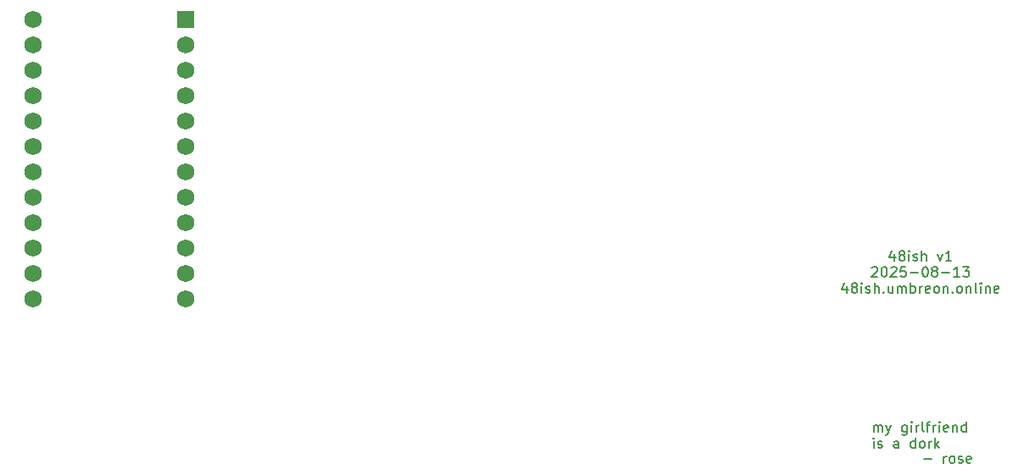
<source format=gbr>
%TF.GenerationSoftware,KiCad,Pcbnew,9.0.3-1.fc42*%
%TF.CreationDate,2025-08-13T23:51:54-04:00*%
%TF.ProjectId,48ish_soldered,34386973-685f-4736-9f6c-64657265642e,v1.0.0*%
%TF.SameCoordinates,Original*%
%TF.FileFunction,Legend,Top*%
%TF.FilePolarity,Positive*%
%FSLAX46Y46*%
G04 Gerber Fmt 4.6, Leading zero omitted, Abs format (unit mm)*
G04 Created by KiCad (PCBNEW 9.0.3-1.fc42) date 2025-08-13 23:51:54*
%MOMM*%
%LPD*%
G01*
G04 APERTURE LIST*
%ADD10C,0.150000*%
%ADD11C,1.752600*%
%ADD12R,1.752600X1.752600*%
G04 APERTURE END LIST*
D10*
X96380952Y49016735D02*
X96380952Y48350068D01*
X96142857Y49397688D02*
X95904762Y48683402D01*
X95904762Y48683402D02*
X96523809Y48683402D01*
X97047619Y48921497D02*
X96952381Y48969116D01*
X96952381Y48969116D02*
X96904762Y49016735D01*
X96904762Y49016735D02*
X96857143Y49111973D01*
X96857143Y49111973D02*
X96857143Y49159592D01*
X96857143Y49159592D02*
X96904762Y49254830D01*
X96904762Y49254830D02*
X96952381Y49302449D01*
X96952381Y49302449D02*
X97047619Y49350068D01*
X97047619Y49350068D02*
X97238095Y49350068D01*
X97238095Y49350068D02*
X97333333Y49302449D01*
X97333333Y49302449D02*
X97380952Y49254830D01*
X97380952Y49254830D02*
X97428571Y49159592D01*
X97428571Y49159592D02*
X97428571Y49111973D01*
X97428571Y49111973D02*
X97380952Y49016735D01*
X97380952Y49016735D02*
X97333333Y48969116D01*
X97333333Y48969116D02*
X97238095Y48921497D01*
X97238095Y48921497D02*
X97047619Y48921497D01*
X97047619Y48921497D02*
X96952381Y48873878D01*
X96952381Y48873878D02*
X96904762Y48826259D01*
X96904762Y48826259D02*
X96857143Y48731021D01*
X96857143Y48731021D02*
X96857143Y48540545D01*
X96857143Y48540545D02*
X96904762Y48445307D01*
X96904762Y48445307D02*
X96952381Y48397688D01*
X96952381Y48397688D02*
X97047619Y48350068D01*
X97047619Y48350068D02*
X97238095Y48350068D01*
X97238095Y48350068D02*
X97333333Y48397688D01*
X97333333Y48397688D02*
X97380952Y48445307D01*
X97380952Y48445307D02*
X97428571Y48540545D01*
X97428571Y48540545D02*
X97428571Y48731021D01*
X97428571Y48731021D02*
X97380952Y48826259D01*
X97380952Y48826259D02*
X97333333Y48873878D01*
X97333333Y48873878D02*
X97238095Y48921497D01*
X97857143Y48350068D02*
X97857143Y49016735D01*
X97857143Y49350068D02*
X97809524Y49302449D01*
X97809524Y49302449D02*
X97857143Y49254830D01*
X97857143Y49254830D02*
X97904762Y49302449D01*
X97904762Y49302449D02*
X97857143Y49350068D01*
X97857143Y49350068D02*
X97857143Y49254830D01*
X98285714Y48397688D02*
X98380952Y48350068D01*
X98380952Y48350068D02*
X98571428Y48350068D01*
X98571428Y48350068D02*
X98666666Y48397688D01*
X98666666Y48397688D02*
X98714285Y48492926D01*
X98714285Y48492926D02*
X98714285Y48540545D01*
X98714285Y48540545D02*
X98666666Y48635783D01*
X98666666Y48635783D02*
X98571428Y48683402D01*
X98571428Y48683402D02*
X98428571Y48683402D01*
X98428571Y48683402D02*
X98333333Y48731021D01*
X98333333Y48731021D02*
X98285714Y48826259D01*
X98285714Y48826259D02*
X98285714Y48873878D01*
X98285714Y48873878D02*
X98333333Y48969116D01*
X98333333Y48969116D02*
X98428571Y49016735D01*
X98428571Y49016735D02*
X98571428Y49016735D01*
X98571428Y49016735D02*
X98666666Y48969116D01*
X99142857Y48350068D02*
X99142857Y49350068D01*
X99571428Y48350068D02*
X99571428Y48873878D01*
X99571428Y48873878D02*
X99523809Y48969116D01*
X99523809Y48969116D02*
X99428571Y49016735D01*
X99428571Y49016735D02*
X99285714Y49016735D01*
X99285714Y49016735D02*
X99190476Y48969116D01*
X99190476Y48969116D02*
X99142857Y48921497D01*
X100714286Y49016735D02*
X100952381Y48350068D01*
X100952381Y48350068D02*
X101190476Y49016735D01*
X102095238Y48350068D02*
X101523810Y48350068D01*
X101809524Y48350068D02*
X101809524Y49350068D01*
X101809524Y49350068D02*
X101714286Y49207211D01*
X101714286Y49207211D02*
X101619048Y49111973D01*
X101619048Y49111973D02*
X101523810Y49064354D01*
X94142857Y47644886D02*
X94190476Y47692505D01*
X94190476Y47692505D02*
X94285714Y47740124D01*
X94285714Y47740124D02*
X94523809Y47740124D01*
X94523809Y47740124D02*
X94619047Y47692505D01*
X94619047Y47692505D02*
X94666666Y47644886D01*
X94666666Y47644886D02*
X94714285Y47549648D01*
X94714285Y47549648D02*
X94714285Y47454410D01*
X94714285Y47454410D02*
X94666666Y47311553D01*
X94666666Y47311553D02*
X94095238Y46740124D01*
X94095238Y46740124D02*
X94714285Y46740124D01*
X95333333Y47740124D02*
X95428571Y47740124D01*
X95428571Y47740124D02*
X95523809Y47692505D01*
X95523809Y47692505D02*
X95571428Y47644886D01*
X95571428Y47644886D02*
X95619047Y47549648D01*
X95619047Y47549648D02*
X95666666Y47359172D01*
X95666666Y47359172D02*
X95666666Y47121077D01*
X95666666Y47121077D02*
X95619047Y46930601D01*
X95619047Y46930601D02*
X95571428Y46835363D01*
X95571428Y46835363D02*
X95523809Y46787744D01*
X95523809Y46787744D02*
X95428571Y46740124D01*
X95428571Y46740124D02*
X95333333Y46740124D01*
X95333333Y46740124D02*
X95238095Y46787744D01*
X95238095Y46787744D02*
X95190476Y46835363D01*
X95190476Y46835363D02*
X95142857Y46930601D01*
X95142857Y46930601D02*
X95095238Y47121077D01*
X95095238Y47121077D02*
X95095238Y47359172D01*
X95095238Y47359172D02*
X95142857Y47549648D01*
X95142857Y47549648D02*
X95190476Y47644886D01*
X95190476Y47644886D02*
X95238095Y47692505D01*
X95238095Y47692505D02*
X95333333Y47740124D01*
X96047619Y47644886D02*
X96095238Y47692505D01*
X96095238Y47692505D02*
X96190476Y47740124D01*
X96190476Y47740124D02*
X96428571Y47740124D01*
X96428571Y47740124D02*
X96523809Y47692505D01*
X96523809Y47692505D02*
X96571428Y47644886D01*
X96571428Y47644886D02*
X96619047Y47549648D01*
X96619047Y47549648D02*
X96619047Y47454410D01*
X96619047Y47454410D02*
X96571428Y47311553D01*
X96571428Y47311553D02*
X96000000Y46740124D01*
X96000000Y46740124D02*
X96619047Y46740124D01*
X97523809Y47740124D02*
X97047619Y47740124D01*
X97047619Y47740124D02*
X97000000Y47263934D01*
X97000000Y47263934D02*
X97047619Y47311553D01*
X97047619Y47311553D02*
X97142857Y47359172D01*
X97142857Y47359172D02*
X97380952Y47359172D01*
X97380952Y47359172D02*
X97476190Y47311553D01*
X97476190Y47311553D02*
X97523809Y47263934D01*
X97523809Y47263934D02*
X97571428Y47168696D01*
X97571428Y47168696D02*
X97571428Y46930601D01*
X97571428Y46930601D02*
X97523809Y46835363D01*
X97523809Y46835363D02*
X97476190Y46787744D01*
X97476190Y46787744D02*
X97380952Y46740124D01*
X97380952Y46740124D02*
X97142857Y46740124D01*
X97142857Y46740124D02*
X97047619Y46787744D01*
X97047619Y46787744D02*
X97000000Y46835363D01*
X98000000Y47121077D02*
X98761905Y47121077D01*
X99428571Y47740124D02*
X99523809Y47740124D01*
X99523809Y47740124D02*
X99619047Y47692505D01*
X99619047Y47692505D02*
X99666666Y47644886D01*
X99666666Y47644886D02*
X99714285Y47549648D01*
X99714285Y47549648D02*
X99761904Y47359172D01*
X99761904Y47359172D02*
X99761904Y47121077D01*
X99761904Y47121077D02*
X99714285Y46930601D01*
X99714285Y46930601D02*
X99666666Y46835363D01*
X99666666Y46835363D02*
X99619047Y46787744D01*
X99619047Y46787744D02*
X99523809Y46740124D01*
X99523809Y46740124D02*
X99428571Y46740124D01*
X99428571Y46740124D02*
X99333333Y46787744D01*
X99333333Y46787744D02*
X99285714Y46835363D01*
X99285714Y46835363D02*
X99238095Y46930601D01*
X99238095Y46930601D02*
X99190476Y47121077D01*
X99190476Y47121077D02*
X99190476Y47359172D01*
X99190476Y47359172D02*
X99238095Y47549648D01*
X99238095Y47549648D02*
X99285714Y47644886D01*
X99285714Y47644886D02*
X99333333Y47692505D01*
X99333333Y47692505D02*
X99428571Y47740124D01*
X100333333Y47311553D02*
X100238095Y47359172D01*
X100238095Y47359172D02*
X100190476Y47406791D01*
X100190476Y47406791D02*
X100142857Y47502029D01*
X100142857Y47502029D02*
X100142857Y47549648D01*
X100142857Y47549648D02*
X100190476Y47644886D01*
X100190476Y47644886D02*
X100238095Y47692505D01*
X100238095Y47692505D02*
X100333333Y47740124D01*
X100333333Y47740124D02*
X100523809Y47740124D01*
X100523809Y47740124D02*
X100619047Y47692505D01*
X100619047Y47692505D02*
X100666666Y47644886D01*
X100666666Y47644886D02*
X100714285Y47549648D01*
X100714285Y47549648D02*
X100714285Y47502029D01*
X100714285Y47502029D02*
X100666666Y47406791D01*
X100666666Y47406791D02*
X100619047Y47359172D01*
X100619047Y47359172D02*
X100523809Y47311553D01*
X100523809Y47311553D02*
X100333333Y47311553D01*
X100333333Y47311553D02*
X100238095Y47263934D01*
X100238095Y47263934D02*
X100190476Y47216315D01*
X100190476Y47216315D02*
X100142857Y47121077D01*
X100142857Y47121077D02*
X100142857Y46930601D01*
X100142857Y46930601D02*
X100190476Y46835363D01*
X100190476Y46835363D02*
X100238095Y46787744D01*
X100238095Y46787744D02*
X100333333Y46740124D01*
X100333333Y46740124D02*
X100523809Y46740124D01*
X100523809Y46740124D02*
X100619047Y46787744D01*
X100619047Y46787744D02*
X100666666Y46835363D01*
X100666666Y46835363D02*
X100714285Y46930601D01*
X100714285Y46930601D02*
X100714285Y47121077D01*
X100714285Y47121077D02*
X100666666Y47216315D01*
X100666666Y47216315D02*
X100619047Y47263934D01*
X100619047Y47263934D02*
X100523809Y47311553D01*
X101142857Y47121077D02*
X101904762Y47121077D01*
X102904761Y46740124D02*
X102333333Y46740124D01*
X102619047Y46740124D02*
X102619047Y47740124D01*
X102619047Y47740124D02*
X102523809Y47597267D01*
X102523809Y47597267D02*
X102428571Y47502029D01*
X102428571Y47502029D02*
X102333333Y47454410D01*
X103238095Y47740124D02*
X103857142Y47740124D01*
X103857142Y47740124D02*
X103523809Y47359172D01*
X103523809Y47359172D02*
X103666666Y47359172D01*
X103666666Y47359172D02*
X103761904Y47311553D01*
X103761904Y47311553D02*
X103809523Y47263934D01*
X103809523Y47263934D02*
X103857142Y47168696D01*
X103857142Y47168696D02*
X103857142Y46930601D01*
X103857142Y46930601D02*
X103809523Y46835363D01*
X103809523Y46835363D02*
X103761904Y46787744D01*
X103761904Y46787744D02*
X103666666Y46740124D01*
X103666666Y46740124D02*
X103380952Y46740124D01*
X103380952Y46740124D02*
X103285714Y46787744D01*
X103285714Y46787744D02*
X103238095Y46835363D01*
X91642857Y45796847D02*
X91642857Y45130180D01*
X91404762Y46177800D02*
X91166667Y45463514D01*
X91166667Y45463514D02*
X91785714Y45463514D01*
X92309524Y45701609D02*
X92214286Y45749228D01*
X92214286Y45749228D02*
X92166667Y45796847D01*
X92166667Y45796847D02*
X92119048Y45892085D01*
X92119048Y45892085D02*
X92119048Y45939704D01*
X92119048Y45939704D02*
X92166667Y46034942D01*
X92166667Y46034942D02*
X92214286Y46082561D01*
X92214286Y46082561D02*
X92309524Y46130180D01*
X92309524Y46130180D02*
X92500000Y46130180D01*
X92500000Y46130180D02*
X92595238Y46082561D01*
X92595238Y46082561D02*
X92642857Y46034942D01*
X92642857Y46034942D02*
X92690476Y45939704D01*
X92690476Y45939704D02*
X92690476Y45892085D01*
X92690476Y45892085D02*
X92642857Y45796847D01*
X92642857Y45796847D02*
X92595238Y45749228D01*
X92595238Y45749228D02*
X92500000Y45701609D01*
X92500000Y45701609D02*
X92309524Y45701609D01*
X92309524Y45701609D02*
X92214286Y45653990D01*
X92214286Y45653990D02*
X92166667Y45606371D01*
X92166667Y45606371D02*
X92119048Y45511133D01*
X92119048Y45511133D02*
X92119048Y45320657D01*
X92119048Y45320657D02*
X92166667Y45225419D01*
X92166667Y45225419D02*
X92214286Y45177800D01*
X92214286Y45177800D02*
X92309524Y45130180D01*
X92309524Y45130180D02*
X92500000Y45130180D01*
X92500000Y45130180D02*
X92595238Y45177800D01*
X92595238Y45177800D02*
X92642857Y45225419D01*
X92642857Y45225419D02*
X92690476Y45320657D01*
X92690476Y45320657D02*
X92690476Y45511133D01*
X92690476Y45511133D02*
X92642857Y45606371D01*
X92642857Y45606371D02*
X92595238Y45653990D01*
X92595238Y45653990D02*
X92500000Y45701609D01*
X93119048Y45130180D02*
X93119048Y45796847D01*
X93119048Y46130180D02*
X93071429Y46082561D01*
X93071429Y46082561D02*
X93119048Y46034942D01*
X93119048Y46034942D02*
X93166667Y46082561D01*
X93166667Y46082561D02*
X93119048Y46130180D01*
X93119048Y46130180D02*
X93119048Y46034942D01*
X93547619Y45177800D02*
X93642857Y45130180D01*
X93642857Y45130180D02*
X93833333Y45130180D01*
X93833333Y45130180D02*
X93928571Y45177800D01*
X93928571Y45177800D02*
X93976190Y45273038D01*
X93976190Y45273038D02*
X93976190Y45320657D01*
X93976190Y45320657D02*
X93928571Y45415895D01*
X93928571Y45415895D02*
X93833333Y45463514D01*
X93833333Y45463514D02*
X93690476Y45463514D01*
X93690476Y45463514D02*
X93595238Y45511133D01*
X93595238Y45511133D02*
X93547619Y45606371D01*
X93547619Y45606371D02*
X93547619Y45653990D01*
X93547619Y45653990D02*
X93595238Y45749228D01*
X93595238Y45749228D02*
X93690476Y45796847D01*
X93690476Y45796847D02*
X93833333Y45796847D01*
X93833333Y45796847D02*
X93928571Y45749228D01*
X94404762Y45130180D02*
X94404762Y46130180D01*
X94833333Y45130180D02*
X94833333Y45653990D01*
X94833333Y45653990D02*
X94785714Y45749228D01*
X94785714Y45749228D02*
X94690476Y45796847D01*
X94690476Y45796847D02*
X94547619Y45796847D01*
X94547619Y45796847D02*
X94452381Y45749228D01*
X94452381Y45749228D02*
X94404762Y45701609D01*
X95309524Y45225419D02*
X95357143Y45177800D01*
X95357143Y45177800D02*
X95309524Y45130180D01*
X95309524Y45130180D02*
X95261905Y45177800D01*
X95261905Y45177800D02*
X95309524Y45225419D01*
X95309524Y45225419D02*
X95309524Y45130180D01*
X96214285Y45796847D02*
X96214285Y45130180D01*
X95785714Y45796847D02*
X95785714Y45273038D01*
X95785714Y45273038D02*
X95833333Y45177800D01*
X95833333Y45177800D02*
X95928571Y45130180D01*
X95928571Y45130180D02*
X96071428Y45130180D01*
X96071428Y45130180D02*
X96166666Y45177800D01*
X96166666Y45177800D02*
X96214285Y45225419D01*
X96690476Y45130180D02*
X96690476Y45796847D01*
X96690476Y45701609D02*
X96738095Y45749228D01*
X96738095Y45749228D02*
X96833333Y45796847D01*
X96833333Y45796847D02*
X96976190Y45796847D01*
X96976190Y45796847D02*
X97071428Y45749228D01*
X97071428Y45749228D02*
X97119047Y45653990D01*
X97119047Y45653990D02*
X97119047Y45130180D01*
X97119047Y45653990D02*
X97166666Y45749228D01*
X97166666Y45749228D02*
X97261904Y45796847D01*
X97261904Y45796847D02*
X97404761Y45796847D01*
X97404761Y45796847D02*
X97500000Y45749228D01*
X97500000Y45749228D02*
X97547619Y45653990D01*
X97547619Y45653990D02*
X97547619Y45130180D01*
X98023809Y45130180D02*
X98023809Y46130180D01*
X98023809Y45749228D02*
X98119047Y45796847D01*
X98119047Y45796847D02*
X98309523Y45796847D01*
X98309523Y45796847D02*
X98404761Y45749228D01*
X98404761Y45749228D02*
X98452380Y45701609D01*
X98452380Y45701609D02*
X98499999Y45606371D01*
X98499999Y45606371D02*
X98499999Y45320657D01*
X98499999Y45320657D02*
X98452380Y45225419D01*
X98452380Y45225419D02*
X98404761Y45177800D01*
X98404761Y45177800D02*
X98309523Y45130180D01*
X98309523Y45130180D02*
X98119047Y45130180D01*
X98119047Y45130180D02*
X98023809Y45177800D01*
X98928571Y45130180D02*
X98928571Y45796847D01*
X98928571Y45606371D02*
X98976190Y45701609D01*
X98976190Y45701609D02*
X99023809Y45749228D01*
X99023809Y45749228D02*
X99119047Y45796847D01*
X99119047Y45796847D02*
X99214285Y45796847D01*
X99928571Y45177800D02*
X99833333Y45130180D01*
X99833333Y45130180D02*
X99642857Y45130180D01*
X99642857Y45130180D02*
X99547619Y45177800D01*
X99547619Y45177800D02*
X99500000Y45273038D01*
X99500000Y45273038D02*
X99500000Y45653990D01*
X99500000Y45653990D02*
X99547619Y45749228D01*
X99547619Y45749228D02*
X99642857Y45796847D01*
X99642857Y45796847D02*
X99833333Y45796847D01*
X99833333Y45796847D02*
X99928571Y45749228D01*
X99928571Y45749228D02*
X99976190Y45653990D01*
X99976190Y45653990D02*
X99976190Y45558752D01*
X99976190Y45558752D02*
X99500000Y45463514D01*
X100547619Y45130180D02*
X100452381Y45177800D01*
X100452381Y45177800D02*
X100404762Y45225419D01*
X100404762Y45225419D02*
X100357143Y45320657D01*
X100357143Y45320657D02*
X100357143Y45606371D01*
X100357143Y45606371D02*
X100404762Y45701609D01*
X100404762Y45701609D02*
X100452381Y45749228D01*
X100452381Y45749228D02*
X100547619Y45796847D01*
X100547619Y45796847D02*
X100690476Y45796847D01*
X100690476Y45796847D02*
X100785714Y45749228D01*
X100785714Y45749228D02*
X100833333Y45701609D01*
X100833333Y45701609D02*
X100880952Y45606371D01*
X100880952Y45606371D02*
X100880952Y45320657D01*
X100880952Y45320657D02*
X100833333Y45225419D01*
X100833333Y45225419D02*
X100785714Y45177800D01*
X100785714Y45177800D02*
X100690476Y45130180D01*
X100690476Y45130180D02*
X100547619Y45130180D01*
X101309524Y45796847D02*
X101309524Y45130180D01*
X101309524Y45701609D02*
X101357143Y45749228D01*
X101357143Y45749228D02*
X101452381Y45796847D01*
X101452381Y45796847D02*
X101595238Y45796847D01*
X101595238Y45796847D02*
X101690476Y45749228D01*
X101690476Y45749228D02*
X101738095Y45653990D01*
X101738095Y45653990D02*
X101738095Y45130180D01*
X102214286Y45225419D02*
X102261905Y45177800D01*
X102261905Y45177800D02*
X102214286Y45130180D01*
X102214286Y45130180D02*
X102166667Y45177800D01*
X102166667Y45177800D02*
X102214286Y45225419D01*
X102214286Y45225419D02*
X102214286Y45130180D01*
X102833333Y45130180D02*
X102738095Y45177800D01*
X102738095Y45177800D02*
X102690476Y45225419D01*
X102690476Y45225419D02*
X102642857Y45320657D01*
X102642857Y45320657D02*
X102642857Y45606371D01*
X102642857Y45606371D02*
X102690476Y45701609D01*
X102690476Y45701609D02*
X102738095Y45749228D01*
X102738095Y45749228D02*
X102833333Y45796847D01*
X102833333Y45796847D02*
X102976190Y45796847D01*
X102976190Y45796847D02*
X103071428Y45749228D01*
X103071428Y45749228D02*
X103119047Y45701609D01*
X103119047Y45701609D02*
X103166666Y45606371D01*
X103166666Y45606371D02*
X103166666Y45320657D01*
X103166666Y45320657D02*
X103119047Y45225419D01*
X103119047Y45225419D02*
X103071428Y45177800D01*
X103071428Y45177800D02*
X102976190Y45130180D01*
X102976190Y45130180D02*
X102833333Y45130180D01*
X103595238Y45796847D02*
X103595238Y45130180D01*
X103595238Y45701609D02*
X103642857Y45749228D01*
X103642857Y45749228D02*
X103738095Y45796847D01*
X103738095Y45796847D02*
X103880952Y45796847D01*
X103880952Y45796847D02*
X103976190Y45749228D01*
X103976190Y45749228D02*
X104023809Y45653990D01*
X104023809Y45653990D02*
X104023809Y45130180D01*
X104642857Y45130180D02*
X104547619Y45177800D01*
X104547619Y45177800D02*
X104500000Y45273038D01*
X104500000Y45273038D02*
X104500000Y46130180D01*
X105023810Y45130180D02*
X105023810Y45796847D01*
X105023810Y46130180D02*
X104976191Y46082561D01*
X104976191Y46082561D02*
X105023810Y46034942D01*
X105023810Y46034942D02*
X105071429Y46082561D01*
X105071429Y46082561D02*
X105023810Y46130180D01*
X105023810Y46130180D02*
X105023810Y46034942D01*
X105500000Y45796847D02*
X105500000Y45130180D01*
X105500000Y45701609D02*
X105547619Y45749228D01*
X105547619Y45749228D02*
X105642857Y45796847D01*
X105642857Y45796847D02*
X105785714Y45796847D01*
X105785714Y45796847D02*
X105880952Y45749228D01*
X105880952Y45749228D02*
X105928571Y45653990D01*
X105928571Y45653990D02*
X105928571Y45130180D01*
X106785714Y45177800D02*
X106690476Y45130180D01*
X106690476Y45130180D02*
X106500000Y45130180D01*
X106500000Y45130180D02*
X106404762Y45177800D01*
X106404762Y45177800D02*
X106357143Y45273038D01*
X106357143Y45273038D02*
X106357143Y45653990D01*
X106357143Y45653990D02*
X106404762Y45749228D01*
X106404762Y45749228D02*
X106500000Y45796847D01*
X106500000Y45796847D02*
X106690476Y45796847D01*
X106690476Y45796847D02*
X106785714Y45749228D01*
X106785714Y45749228D02*
X106833333Y45653990D01*
X106833333Y45653990D02*
X106833333Y45558752D01*
X106833333Y45558752D02*
X106357143Y45463514D01*
X99336779Y28511133D02*
X100098684Y28511133D01*
X101336779Y28130180D02*
X101336779Y28796847D01*
X101336779Y28606371D02*
X101384398Y28701609D01*
X101384398Y28701609D02*
X101432017Y28749228D01*
X101432017Y28749228D02*
X101527255Y28796847D01*
X101527255Y28796847D02*
X101622493Y28796847D01*
X102098684Y28130180D02*
X102003446Y28177800D01*
X102003446Y28177800D02*
X101955827Y28225419D01*
X101955827Y28225419D02*
X101908208Y28320657D01*
X101908208Y28320657D02*
X101908208Y28606371D01*
X101908208Y28606371D02*
X101955827Y28701609D01*
X101955827Y28701609D02*
X102003446Y28749228D01*
X102003446Y28749228D02*
X102098684Y28796847D01*
X102098684Y28796847D02*
X102241541Y28796847D01*
X102241541Y28796847D02*
X102336779Y28749228D01*
X102336779Y28749228D02*
X102384398Y28701609D01*
X102384398Y28701609D02*
X102432017Y28606371D01*
X102432017Y28606371D02*
X102432017Y28320657D01*
X102432017Y28320657D02*
X102384398Y28225419D01*
X102384398Y28225419D02*
X102336779Y28177800D01*
X102336779Y28177800D02*
X102241541Y28130180D01*
X102241541Y28130180D02*
X102098684Y28130180D01*
X102812970Y28177800D02*
X102908208Y28130180D01*
X102908208Y28130180D02*
X103098684Y28130180D01*
X103098684Y28130180D02*
X103193922Y28177800D01*
X103193922Y28177800D02*
X103241541Y28273038D01*
X103241541Y28273038D02*
X103241541Y28320657D01*
X103241541Y28320657D02*
X103193922Y28415895D01*
X103193922Y28415895D02*
X103098684Y28463514D01*
X103098684Y28463514D02*
X102955827Y28463514D01*
X102955827Y28463514D02*
X102860589Y28511133D01*
X102860589Y28511133D02*
X102812970Y28606371D01*
X102812970Y28606371D02*
X102812970Y28653990D01*
X102812970Y28653990D02*
X102860589Y28749228D01*
X102860589Y28749228D02*
X102955827Y28796847D01*
X102955827Y28796847D02*
X103098684Y28796847D01*
X103098684Y28796847D02*
X103193922Y28749228D01*
X104051065Y28177800D02*
X103955827Y28130180D01*
X103955827Y28130180D02*
X103765351Y28130180D01*
X103765351Y28130180D02*
X103670113Y28177800D01*
X103670113Y28177800D02*
X103622494Y28273038D01*
X103622494Y28273038D02*
X103622494Y28653990D01*
X103622494Y28653990D02*
X103670113Y28749228D01*
X103670113Y28749228D02*
X103765351Y28796847D01*
X103765351Y28796847D02*
X103955827Y28796847D01*
X103955827Y28796847D02*
X104051065Y28749228D01*
X104051065Y28749228D02*
X104098684Y28653990D01*
X104098684Y28653990D02*
X104098684Y28558752D01*
X104098684Y28558752D02*
X103622494Y28463514D01*
X94336779Y31240124D02*
X94336779Y31906791D01*
X94336779Y31811553D02*
X94384398Y31859172D01*
X94384398Y31859172D02*
X94479636Y31906791D01*
X94479636Y31906791D02*
X94622493Y31906791D01*
X94622493Y31906791D02*
X94717731Y31859172D01*
X94717731Y31859172D02*
X94765350Y31763934D01*
X94765350Y31763934D02*
X94765350Y31240124D01*
X94765350Y31763934D02*
X94812969Y31859172D01*
X94812969Y31859172D02*
X94908207Y31906791D01*
X94908207Y31906791D02*
X95051064Y31906791D01*
X95051064Y31906791D02*
X95146303Y31859172D01*
X95146303Y31859172D02*
X95193922Y31763934D01*
X95193922Y31763934D02*
X95193922Y31240124D01*
X95574874Y31906791D02*
X95812969Y31240124D01*
X96051064Y31906791D02*
X95812969Y31240124D01*
X95812969Y31240124D02*
X95717731Y31002029D01*
X95717731Y31002029D02*
X95670112Y30954410D01*
X95670112Y30954410D02*
X95574874Y30906791D01*
X97622493Y31906791D02*
X97622493Y31097267D01*
X97622493Y31097267D02*
X97574874Y31002029D01*
X97574874Y31002029D02*
X97527255Y30954410D01*
X97527255Y30954410D02*
X97432017Y30906791D01*
X97432017Y30906791D02*
X97289160Y30906791D01*
X97289160Y30906791D02*
X97193922Y30954410D01*
X97622493Y31287744D02*
X97527255Y31240124D01*
X97527255Y31240124D02*
X97336779Y31240124D01*
X97336779Y31240124D02*
X97241541Y31287744D01*
X97241541Y31287744D02*
X97193922Y31335363D01*
X97193922Y31335363D02*
X97146303Y31430601D01*
X97146303Y31430601D02*
X97146303Y31716315D01*
X97146303Y31716315D02*
X97193922Y31811553D01*
X97193922Y31811553D02*
X97241541Y31859172D01*
X97241541Y31859172D02*
X97336779Y31906791D01*
X97336779Y31906791D02*
X97527255Y31906791D01*
X97527255Y31906791D02*
X97622493Y31859172D01*
X98098684Y31240124D02*
X98098684Y31906791D01*
X98098684Y32240124D02*
X98051065Y32192505D01*
X98051065Y32192505D02*
X98098684Y32144886D01*
X98098684Y32144886D02*
X98146303Y32192505D01*
X98146303Y32192505D02*
X98098684Y32240124D01*
X98098684Y32240124D02*
X98098684Y32144886D01*
X98574874Y31240124D02*
X98574874Y31906791D01*
X98574874Y31716315D02*
X98622493Y31811553D01*
X98622493Y31811553D02*
X98670112Y31859172D01*
X98670112Y31859172D02*
X98765350Y31906791D01*
X98765350Y31906791D02*
X98860588Y31906791D01*
X99336779Y31240124D02*
X99241541Y31287744D01*
X99241541Y31287744D02*
X99193922Y31382982D01*
X99193922Y31382982D02*
X99193922Y32240124D01*
X99574875Y31906791D02*
X99955827Y31906791D01*
X99717732Y31240124D02*
X99717732Y32097267D01*
X99717732Y32097267D02*
X99765351Y32192505D01*
X99765351Y32192505D02*
X99860589Y32240124D01*
X99860589Y32240124D02*
X99955827Y32240124D01*
X100289161Y31240124D02*
X100289161Y31906791D01*
X100289161Y31716315D02*
X100336780Y31811553D01*
X100336780Y31811553D02*
X100384399Y31859172D01*
X100384399Y31859172D02*
X100479637Y31906791D01*
X100479637Y31906791D02*
X100574875Y31906791D01*
X100908209Y31240124D02*
X100908209Y31906791D01*
X100908209Y32240124D02*
X100860590Y32192505D01*
X100860590Y32192505D02*
X100908209Y32144886D01*
X100908209Y32144886D02*
X100955828Y32192505D01*
X100955828Y32192505D02*
X100908209Y32240124D01*
X100908209Y32240124D02*
X100908209Y32144886D01*
X101765351Y31287744D02*
X101670113Y31240124D01*
X101670113Y31240124D02*
X101479637Y31240124D01*
X101479637Y31240124D02*
X101384399Y31287744D01*
X101384399Y31287744D02*
X101336780Y31382982D01*
X101336780Y31382982D02*
X101336780Y31763934D01*
X101336780Y31763934D02*
X101384399Y31859172D01*
X101384399Y31859172D02*
X101479637Y31906791D01*
X101479637Y31906791D02*
X101670113Y31906791D01*
X101670113Y31906791D02*
X101765351Y31859172D01*
X101765351Y31859172D02*
X101812970Y31763934D01*
X101812970Y31763934D02*
X101812970Y31668696D01*
X101812970Y31668696D02*
X101336780Y31573458D01*
X102241542Y31906791D02*
X102241542Y31240124D01*
X102241542Y31811553D02*
X102289161Y31859172D01*
X102289161Y31859172D02*
X102384399Y31906791D01*
X102384399Y31906791D02*
X102527256Y31906791D01*
X102527256Y31906791D02*
X102622494Y31859172D01*
X102622494Y31859172D02*
X102670113Y31763934D01*
X102670113Y31763934D02*
X102670113Y31240124D01*
X103574875Y31240124D02*
X103574875Y32240124D01*
X103574875Y31287744D02*
X103479637Y31240124D01*
X103479637Y31240124D02*
X103289161Y31240124D01*
X103289161Y31240124D02*
X103193923Y31287744D01*
X103193923Y31287744D02*
X103146304Y31335363D01*
X103146304Y31335363D02*
X103098685Y31430601D01*
X103098685Y31430601D02*
X103098685Y31716315D01*
X103098685Y31716315D02*
X103146304Y31811553D01*
X103146304Y31811553D02*
X103193923Y31859172D01*
X103193923Y31859172D02*
X103289161Y31906791D01*
X103289161Y31906791D02*
X103479637Y31906791D01*
X103479637Y31906791D02*
X103574875Y31859172D01*
X94336779Y29630180D02*
X94336779Y30296847D01*
X94336779Y30630180D02*
X94289160Y30582561D01*
X94289160Y30582561D02*
X94336779Y30534942D01*
X94336779Y30534942D02*
X94384398Y30582561D01*
X94384398Y30582561D02*
X94336779Y30630180D01*
X94336779Y30630180D02*
X94336779Y30534942D01*
X94765350Y29677800D02*
X94860588Y29630180D01*
X94860588Y29630180D02*
X95051064Y29630180D01*
X95051064Y29630180D02*
X95146302Y29677800D01*
X95146302Y29677800D02*
X95193921Y29773038D01*
X95193921Y29773038D02*
X95193921Y29820657D01*
X95193921Y29820657D02*
X95146302Y29915895D01*
X95146302Y29915895D02*
X95051064Y29963514D01*
X95051064Y29963514D02*
X94908207Y29963514D01*
X94908207Y29963514D02*
X94812969Y30011133D01*
X94812969Y30011133D02*
X94765350Y30106371D01*
X94765350Y30106371D02*
X94765350Y30153990D01*
X94765350Y30153990D02*
X94812969Y30249228D01*
X94812969Y30249228D02*
X94908207Y30296847D01*
X94908207Y30296847D02*
X95051064Y30296847D01*
X95051064Y30296847D02*
X95146302Y30249228D01*
X96812969Y29630180D02*
X96812969Y30153990D01*
X96812969Y30153990D02*
X96765350Y30249228D01*
X96765350Y30249228D02*
X96670112Y30296847D01*
X96670112Y30296847D02*
X96479636Y30296847D01*
X96479636Y30296847D02*
X96384398Y30249228D01*
X96812969Y29677800D02*
X96717731Y29630180D01*
X96717731Y29630180D02*
X96479636Y29630180D01*
X96479636Y29630180D02*
X96384398Y29677800D01*
X96384398Y29677800D02*
X96336779Y29773038D01*
X96336779Y29773038D02*
X96336779Y29868276D01*
X96336779Y29868276D02*
X96384398Y29963514D01*
X96384398Y29963514D02*
X96479636Y30011133D01*
X96479636Y30011133D02*
X96717731Y30011133D01*
X96717731Y30011133D02*
X96812969Y30058752D01*
X98479636Y29630180D02*
X98479636Y30630180D01*
X98479636Y29677800D02*
X98384398Y29630180D01*
X98384398Y29630180D02*
X98193922Y29630180D01*
X98193922Y29630180D02*
X98098684Y29677800D01*
X98098684Y29677800D02*
X98051065Y29725419D01*
X98051065Y29725419D02*
X98003446Y29820657D01*
X98003446Y29820657D02*
X98003446Y30106371D01*
X98003446Y30106371D02*
X98051065Y30201609D01*
X98051065Y30201609D02*
X98098684Y30249228D01*
X98098684Y30249228D02*
X98193922Y30296847D01*
X98193922Y30296847D02*
X98384398Y30296847D01*
X98384398Y30296847D02*
X98479636Y30249228D01*
X99098684Y29630180D02*
X99003446Y29677800D01*
X99003446Y29677800D02*
X98955827Y29725419D01*
X98955827Y29725419D02*
X98908208Y29820657D01*
X98908208Y29820657D02*
X98908208Y30106371D01*
X98908208Y30106371D02*
X98955827Y30201609D01*
X98955827Y30201609D02*
X99003446Y30249228D01*
X99003446Y30249228D02*
X99098684Y30296847D01*
X99098684Y30296847D02*
X99241541Y30296847D01*
X99241541Y30296847D02*
X99336779Y30249228D01*
X99336779Y30249228D02*
X99384398Y30201609D01*
X99384398Y30201609D02*
X99432017Y30106371D01*
X99432017Y30106371D02*
X99432017Y29820657D01*
X99432017Y29820657D02*
X99384398Y29725419D01*
X99384398Y29725419D02*
X99336779Y29677800D01*
X99336779Y29677800D02*
X99241541Y29630180D01*
X99241541Y29630180D02*
X99098684Y29630180D01*
X99860589Y29630180D02*
X99860589Y30296847D01*
X99860589Y30106371D02*
X99908208Y30201609D01*
X99908208Y30201609D02*
X99955827Y30249228D01*
X99955827Y30249228D02*
X100051065Y30296847D01*
X100051065Y30296847D02*
X100146303Y30296847D01*
X100479637Y29630180D02*
X100479637Y30630180D01*
X100574875Y30011133D02*
X100860589Y29630180D01*
X100860589Y30296847D02*
X100479637Y29915895D01*
D11*
%TO.C,MCU1*%
X10380000Y44530000D03*
X10380000Y47070000D03*
X10380000Y49610000D03*
X10380000Y52150000D03*
X10380000Y54690000D03*
X10380000Y57230000D03*
X10380000Y59770000D03*
X10380000Y62310000D03*
X10380000Y64850000D03*
X10380000Y67390000D03*
X10380000Y69930000D03*
X10380000Y72470000D03*
X25620000Y44530000D03*
X25620000Y47070000D03*
X25620000Y49610000D03*
X25620000Y52150000D03*
X25620000Y54690000D03*
X25620000Y57230000D03*
X25620000Y59770000D03*
X25620000Y62310000D03*
X25620000Y64850000D03*
X25620000Y67390000D03*
X25620000Y69930000D03*
D12*
X25620000Y72470000D03*
%TD*%
M02*

</source>
